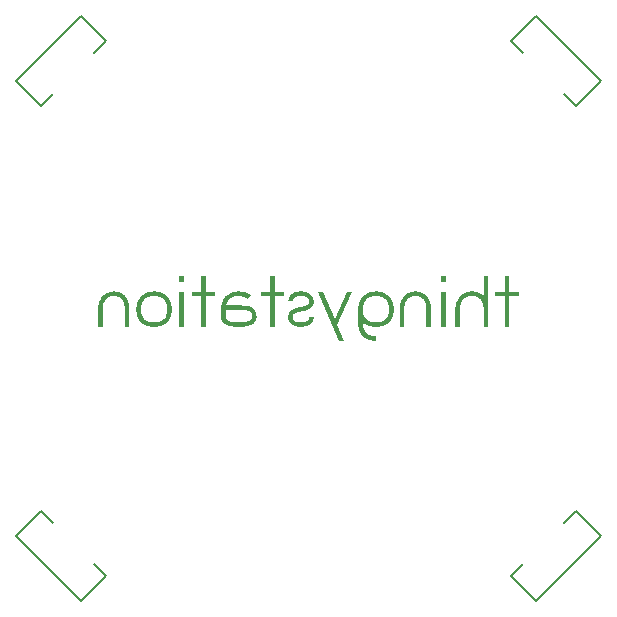
<source format=gbo>
G04 Layer_Color=48896*
%FSAX25Y25*%
%MOIN*%
G70*
G01*
G75*
%ADD76C,0.00787*%
G36*
X0384719Y0319069D02*
X0387869D01*
Y0317550D01*
X0384719D01*
Y0307500D01*
X0383200D01*
Y0317550D01*
X0380031D01*
Y0319069D01*
X0383200D01*
Y0324319D01*
X0384719D01*
Y0319069D01*
D02*
G37*
G36*
X0361750D02*
X0364900D01*
Y0317550D01*
X0361750D01*
Y0307500D01*
X0360231D01*
Y0317550D01*
X0357063D01*
Y0319069D01*
X0360231D01*
Y0324319D01*
X0361750D01*
Y0319069D01*
D02*
G37*
G36*
X0441681Y0307500D02*
X0440163D01*
Y0318975D01*
X0441681D01*
Y0307500D01*
D02*
G37*
G36*
X0432062Y0319181D02*
X0432494Y0319125D01*
X0432888Y0319050D01*
X0433262Y0318956D01*
X0433619Y0318844D01*
X0433938Y0318694D01*
X0434219Y0318563D01*
X0434481Y0318412D01*
X0434706Y0318263D01*
X0434912Y0318131D01*
X0435081Y0318000D01*
X0435213Y0317869D01*
X0435325Y0317775D01*
X0435419Y0317700D01*
X0435456Y0317644D01*
X0435475Y0317625D01*
X0435719Y0317325D01*
X0435925Y0316987D01*
X0436112Y0316650D01*
X0436263Y0316294D01*
X0436394Y0315919D01*
X0436506Y0315563D01*
X0436600Y0315206D01*
X0436675Y0314869D01*
X0436731Y0314550D01*
X0436769Y0314250D01*
X0436806Y0313969D01*
X0436825Y0313744D01*
Y0313538D01*
X0436844Y0313406D01*
Y0313313D01*
Y0313275D01*
Y0307500D01*
X0435325D01*
Y0313275D01*
X0435306Y0313669D01*
X0435288Y0314025D01*
X0435231Y0314363D01*
X0435175Y0314681D01*
X0435100Y0314981D01*
X0435025Y0315244D01*
X0434950Y0315488D01*
X0434856Y0315712D01*
X0434762Y0315900D01*
X0434688Y0316069D01*
X0434613Y0316219D01*
X0434538Y0316331D01*
X0434481Y0316425D01*
X0434425Y0316481D01*
X0434406Y0316519D01*
X0434387Y0316537D01*
X0434200Y0316744D01*
X0433994Y0316913D01*
X0433769Y0317062D01*
X0433544Y0317194D01*
X0433319Y0317306D01*
X0433094Y0317400D01*
X0432644Y0317531D01*
X0432438Y0317587D01*
X0432231Y0317625D01*
X0432062Y0317644D01*
X0431913Y0317663D01*
X0431781Y0317681D01*
X0431612D01*
X0431275Y0317663D01*
X0430975Y0317625D01*
X0430675Y0317569D01*
X0430412Y0317512D01*
X0430169Y0317419D01*
X0429944Y0317325D01*
X0429738Y0317213D01*
X0429550Y0317119D01*
X0429381Y0317006D01*
X0429250Y0316894D01*
X0429138Y0316800D01*
X0429025Y0316725D01*
X0428950Y0316650D01*
X0428894Y0316594D01*
X0428875Y0316556D01*
X0428856Y0316537D01*
X0428687Y0316313D01*
X0428538Y0316069D01*
X0428406Y0315825D01*
X0428294Y0315563D01*
X0428125Y0315019D01*
X0428013Y0314494D01*
X0427975Y0314231D01*
X0427956Y0314006D01*
X0427938Y0313800D01*
X0427919Y0313631D01*
X0427900Y0313481D01*
Y0313369D01*
Y0313294D01*
Y0313275D01*
Y0307500D01*
X0426381D01*
Y0313275D01*
X0426400Y0313781D01*
X0426438Y0314269D01*
X0426512Y0314719D01*
X0426606Y0315131D01*
X0426700Y0315525D01*
X0426813Y0315881D01*
X0426944Y0316200D01*
X0427075Y0316500D01*
X0427206Y0316762D01*
X0427338Y0316987D01*
X0427450Y0317175D01*
X0427544Y0317344D01*
X0427637Y0317456D01*
X0427712Y0317550D01*
X0427750Y0317606D01*
X0427769Y0317625D01*
X0428031Y0317906D01*
X0428331Y0318150D01*
X0428631Y0318356D01*
X0428950Y0318544D01*
X0429269Y0318694D01*
X0429588Y0318825D01*
X0429906Y0318919D01*
X0430206Y0319012D01*
X0430487Y0319069D01*
X0430769Y0319125D01*
X0430994Y0319144D01*
X0431200Y0319181D01*
X0431369D01*
X0431500Y0319200D01*
X0431612D01*
X0432062Y0319181D01*
D02*
G37*
G36*
X0354381Y0307500D02*
X0352863D01*
Y0318975D01*
X0354381D01*
Y0307500D01*
D02*
G37*
G36*
X0394206Y0319181D02*
X0394525Y0319144D01*
X0394825Y0319088D01*
X0395106Y0319012D01*
X0395350Y0318937D01*
X0395594Y0318863D01*
X0395800Y0318788D01*
X0395988Y0318694D01*
X0396156Y0318619D01*
X0396306Y0318544D01*
X0396419Y0318469D01*
X0396513Y0318412D01*
X0396569Y0318375D01*
X0396606Y0318356D01*
X0396625Y0318337D01*
X0396831Y0318169D01*
X0397000Y0317981D01*
X0397150Y0317794D01*
X0397281Y0317587D01*
X0397394Y0317381D01*
X0397487Y0317175D01*
X0397619Y0316781D01*
X0397712Y0316444D01*
X0397731Y0316294D01*
X0397750Y0316162D01*
X0397769Y0316050D01*
Y0315975D01*
Y0315919D01*
Y0315900D01*
X0397750Y0315563D01*
X0397712Y0315263D01*
X0397656Y0315000D01*
X0397581Y0314794D01*
X0397525Y0314606D01*
X0397469Y0314494D01*
X0397431Y0314400D01*
X0397412Y0314381D01*
X0397263Y0314175D01*
X0397112Y0313987D01*
X0396944Y0313838D01*
X0396794Y0313687D01*
X0396662Y0313594D01*
X0396550Y0313500D01*
X0396475Y0313462D01*
X0396456Y0313444D01*
X0395988Y0313200D01*
X0395762Y0313106D01*
X0395556Y0313031D01*
X0395388Y0312975D01*
X0395256Y0312919D01*
X0395163Y0312900D01*
X0395125Y0312881D01*
X0394844Y0312806D01*
X0394581Y0312750D01*
X0394338Y0312694D01*
X0394112Y0312637D01*
X0393925Y0312600D01*
X0393794Y0312562D01*
X0393700Y0312544D01*
X0393663D01*
X0393344Y0312469D01*
X0393062Y0312413D01*
X0392800Y0312356D01*
X0392594Y0312300D01*
X0392425Y0312244D01*
X0392294Y0312225D01*
X0392219Y0312188D01*
X0392200D01*
X0391994Y0312131D01*
X0391806Y0312056D01*
X0391656Y0312000D01*
X0391525Y0311944D01*
X0391431Y0311888D01*
X0391356Y0311850D01*
X0391319Y0311831D01*
X0391300Y0311812D01*
X0391188Y0311737D01*
X0391094Y0311663D01*
X0390944Y0311512D01*
X0390869Y0311400D01*
X0390850Y0311381D01*
Y0311363D01*
X0390775Y0311156D01*
X0390756Y0310931D01*
X0390738Y0310838D01*
Y0310781D01*
Y0310725D01*
Y0310706D01*
X0390756Y0310500D01*
X0390775Y0310331D01*
X0390812Y0310162D01*
X0390869Y0310031D01*
X0390925Y0309938D01*
X0390963Y0309844D01*
X0390981Y0309806D01*
X0391000Y0309788D01*
X0391206Y0309544D01*
X0391412Y0309375D01*
X0391506Y0309319D01*
X0391581Y0309262D01*
X0391637Y0309244D01*
X0391656Y0309225D01*
X0391956Y0309094D01*
X0392237Y0309000D01*
X0392369Y0308981D01*
X0392462Y0308962D01*
X0392519Y0308944D01*
X0392537D01*
X0392894Y0308906D01*
X0393062Y0308888D01*
X0393194D01*
X0393325Y0308869D01*
X0393494D01*
X0393850Y0308888D01*
X0394000D01*
X0394150Y0308906D01*
X0394281Y0308925D01*
X0394375D01*
X0394450Y0308944D01*
X0394469D01*
X0394806Y0309019D01*
X0394975Y0309075D01*
X0395106Y0309113D01*
X0395219Y0309150D01*
X0395294Y0309188D01*
X0395350Y0309225D01*
X0395369D01*
X0395631Y0309394D01*
X0395837Y0309581D01*
X0395913Y0309656D01*
X0395969Y0309731D01*
X0396006Y0309769D01*
X0396025Y0309788D01*
X0396100Y0309938D01*
X0396156Y0310087D01*
X0396231Y0310387D01*
X0396250Y0310519D01*
X0396269Y0310613D01*
Y0310687D01*
Y0310706D01*
X0397769D01*
X0397750Y0310425D01*
X0397712Y0310162D01*
X0397656Y0309900D01*
X0397581Y0309675D01*
X0397412Y0309244D01*
X0397187Y0308906D01*
X0397094Y0308756D01*
X0396981Y0308625D01*
X0396887Y0308512D01*
X0396794Y0308437D01*
X0396738Y0308363D01*
X0396681Y0308306D01*
X0396644Y0308288D01*
X0396625Y0308269D01*
X0396400Y0308119D01*
X0396156Y0307987D01*
X0395650Y0307763D01*
X0395125Y0307612D01*
X0394637Y0307519D01*
X0394394Y0307481D01*
X0394187Y0307444D01*
X0393981Y0307425D01*
X0393812D01*
X0393681Y0307406D01*
X0393494D01*
X0393138Y0307425D01*
X0392800Y0307444D01*
X0392481Y0307481D01*
X0392181Y0307538D01*
X0391900Y0307612D01*
X0391637Y0307687D01*
X0391412Y0307763D01*
X0391206Y0307838D01*
X0391019Y0307912D01*
X0390850Y0307987D01*
X0390700Y0308063D01*
X0390587Y0308137D01*
X0390494Y0308194D01*
X0390438Y0308231D01*
X0390400Y0308269D01*
X0390381D01*
X0390175Y0308437D01*
X0390006Y0308625D01*
X0389856Y0308812D01*
X0389725Y0309019D01*
X0389613Y0309225D01*
X0389519Y0309431D01*
X0389387Y0309825D01*
X0389294Y0310162D01*
X0389275Y0310313D01*
X0389256Y0310444D01*
X0389237Y0310556D01*
Y0310631D01*
Y0310687D01*
Y0310706D01*
X0389256Y0311044D01*
X0389294Y0311325D01*
X0389350Y0311588D01*
X0389425Y0311794D01*
X0389500Y0311981D01*
X0389556Y0312094D01*
X0389594Y0312188D01*
X0389613Y0312206D01*
X0389762Y0312413D01*
X0389913Y0312600D01*
X0390062Y0312750D01*
X0390231Y0312900D01*
X0390363Y0312994D01*
X0390475Y0313088D01*
X0390550Y0313125D01*
X0390569Y0313144D01*
X0391038Y0313369D01*
X0391244Y0313462D01*
X0391450Y0313538D01*
X0391637Y0313594D01*
X0391769Y0313631D01*
X0391863Y0313669D01*
X0391900D01*
X0392425Y0313800D01*
X0392669Y0313856D01*
X0392894Y0313913D01*
X0393081Y0313950D01*
X0393213Y0313987D01*
X0393306Y0314006D01*
X0393344D01*
X0393681Y0314081D01*
X0393981Y0314156D01*
X0394244Y0314231D01*
X0394469Y0314287D01*
X0394637Y0314325D01*
X0394769Y0314363D01*
X0394863Y0314400D01*
X0394881D01*
X0395088Y0314475D01*
X0395256Y0314550D01*
X0395406Y0314625D01*
X0395537Y0314681D01*
X0395631Y0314719D01*
X0395706Y0314756D01*
X0395744Y0314794D01*
X0395762D01*
X0395950Y0314963D01*
X0396081Y0315112D01*
X0396156Y0315225D01*
X0396175Y0315244D01*
Y0315263D01*
X0396231Y0315469D01*
X0396250Y0315675D01*
X0396269Y0315769D01*
Y0315844D01*
Y0315881D01*
Y0315900D01*
X0396250Y0316106D01*
X0396231Y0316275D01*
X0396194Y0316444D01*
X0396137Y0316575D01*
X0396100Y0316669D01*
X0396062Y0316762D01*
X0396044Y0316800D01*
X0396025Y0316819D01*
X0395819Y0317062D01*
X0395594Y0317231D01*
X0395500Y0317287D01*
X0395425Y0317325D01*
X0395388Y0317362D01*
X0395369D01*
X0395050Y0317475D01*
X0394900Y0317531D01*
X0394769Y0317569D01*
X0394637Y0317587D01*
X0394544Y0317606D01*
X0394488Y0317625D01*
X0394469D01*
X0394094Y0317663D01*
X0393944Y0317681D01*
X0393794Y0317700D01*
X0393494D01*
X0393138Y0317681D01*
X0392987D01*
X0392838Y0317663D01*
X0392725Y0317644D01*
X0392613D01*
X0392556Y0317625D01*
X0392537D01*
X0392200Y0317550D01*
X0392050Y0317512D01*
X0391919Y0317475D01*
X0391806Y0317419D01*
X0391731Y0317400D01*
X0391675Y0317362D01*
X0391656D01*
X0391375Y0317194D01*
X0391263Y0317100D01*
X0391169Y0317025D01*
X0391094Y0316950D01*
X0391038Y0316875D01*
X0391019Y0316838D01*
X0391000Y0316819D01*
X0390906Y0316669D01*
X0390850Y0316519D01*
X0390775Y0316219D01*
X0390756Y0316106D01*
X0390738Y0315994D01*
Y0315919D01*
Y0315900D01*
X0389237D01*
X0389256Y0316181D01*
X0389294Y0316444D01*
X0389350Y0316706D01*
X0389406Y0316931D01*
X0389594Y0317362D01*
X0389800Y0317700D01*
X0389913Y0317850D01*
X0390025Y0317981D01*
X0390119Y0318094D01*
X0390194Y0318169D01*
X0390269Y0318244D01*
X0390325Y0318300D01*
X0390363Y0318319D01*
X0390381Y0318337D01*
X0390606Y0318488D01*
X0390850Y0318637D01*
X0391356Y0318844D01*
X0391863Y0319012D01*
X0392369Y0319106D01*
X0392594Y0319144D01*
X0392819Y0319181D01*
X0393006Y0319200D01*
X0393175D01*
X0393306Y0319219D01*
X0393850D01*
X0394206Y0319181D01*
D02*
G37*
G36*
X0345044Y0319200D02*
X0345531Y0319144D01*
X0345981Y0319069D01*
X0346394Y0318975D01*
X0346788Y0318863D01*
X0347144Y0318712D01*
X0347463Y0318581D01*
X0347762Y0318431D01*
X0348025Y0318281D01*
X0348250Y0318150D01*
X0348438Y0318019D01*
X0348606Y0317887D01*
X0348719Y0317794D01*
X0348813Y0317719D01*
X0348869Y0317663D01*
X0348887Y0317644D01*
X0349169Y0317344D01*
X0349394Y0317006D01*
X0349600Y0316669D01*
X0349787Y0316313D01*
X0349938Y0315937D01*
X0350069Y0315581D01*
X0350163Y0315225D01*
X0350256Y0314887D01*
X0350312Y0314569D01*
X0350369Y0314269D01*
X0350388Y0313987D01*
X0350425Y0313762D01*
Y0313556D01*
X0350444Y0313425D01*
Y0313331D01*
Y0313294D01*
X0350425Y0312788D01*
X0350369Y0312300D01*
X0350294Y0311850D01*
X0350200Y0311438D01*
X0350087Y0311044D01*
X0349956Y0310687D01*
X0349806Y0310369D01*
X0349656Y0310069D01*
X0349525Y0309806D01*
X0349375Y0309581D01*
X0349244Y0309394D01*
X0349131Y0309225D01*
X0349038Y0309113D01*
X0348962Y0309019D01*
X0348906Y0308962D01*
X0348887Y0308944D01*
X0348587Y0308681D01*
X0348250Y0308437D01*
X0347913Y0308231D01*
X0347556Y0308063D01*
X0347181Y0307912D01*
X0346825Y0307781D01*
X0346469Y0307687D01*
X0346131Y0307594D01*
X0345813Y0307538D01*
X0345494Y0307481D01*
X0345231Y0307463D01*
X0345006Y0307425D01*
X0344800D01*
X0344669Y0307406D01*
X0344537D01*
X0344031Y0307425D01*
X0343544Y0307481D01*
X0343094Y0307556D01*
X0342663Y0307650D01*
X0342269Y0307763D01*
X0341913Y0307894D01*
X0341594Y0308025D01*
X0341294Y0308175D01*
X0341031Y0308325D01*
X0340806Y0308456D01*
X0340619Y0308588D01*
X0340450Y0308700D01*
X0340337Y0308794D01*
X0340244Y0308888D01*
X0340188Y0308925D01*
X0340169Y0308944D01*
X0339887Y0309244D01*
X0339663Y0309581D01*
X0339438Y0309919D01*
X0339269Y0310275D01*
X0339119Y0310650D01*
X0338987Y0311006D01*
X0338894Y0311363D01*
X0338800Y0311700D01*
X0338744Y0312019D01*
X0338687Y0312337D01*
X0338669Y0312600D01*
X0338631Y0312825D01*
Y0313031D01*
X0338613Y0313162D01*
Y0313256D01*
Y0313294D01*
X0338631Y0313800D01*
X0338687Y0314287D01*
X0338762Y0314738D01*
X0338856Y0315150D01*
X0338969Y0315544D01*
X0339100Y0315900D01*
X0339250Y0316219D01*
X0339381Y0316519D01*
X0339531Y0316781D01*
X0339681Y0317006D01*
X0339812Y0317194D01*
X0339925Y0317362D01*
X0340019Y0317475D01*
X0340094Y0317569D01*
X0340150Y0317625D01*
X0340169Y0317644D01*
X0340469Y0317925D01*
X0340806Y0318169D01*
X0341144Y0318375D01*
X0341500Y0318563D01*
X0341875Y0318712D01*
X0342231Y0318844D01*
X0342587Y0318937D01*
X0342944Y0319031D01*
X0343263Y0319088D01*
X0343563Y0319144D01*
X0343844Y0319163D01*
X0344069Y0319200D01*
X0344275D01*
X0344406Y0319219D01*
X0344537D01*
X0345044Y0319200D01*
D02*
G37*
G36*
X0331544Y0319181D02*
X0331975Y0319125D01*
X0332369Y0319050D01*
X0332744Y0318956D01*
X0333100Y0318844D01*
X0333419Y0318694D01*
X0333700Y0318563D01*
X0333962Y0318412D01*
X0334188Y0318263D01*
X0334394Y0318131D01*
X0334562Y0318000D01*
X0334694Y0317869D01*
X0334806Y0317775D01*
X0334900Y0317700D01*
X0334938Y0317644D01*
X0334956Y0317625D01*
X0335200Y0317325D01*
X0335406Y0316987D01*
X0335594Y0316650D01*
X0335744Y0316294D01*
X0335875Y0315919D01*
X0335987Y0315563D01*
X0336081Y0315206D01*
X0336156Y0314869D01*
X0336212Y0314550D01*
X0336250Y0314250D01*
X0336287Y0313969D01*
X0336306Y0313744D01*
Y0313538D01*
X0336325Y0313406D01*
Y0313313D01*
Y0313275D01*
Y0307500D01*
X0334806D01*
Y0313275D01*
X0334788Y0313669D01*
X0334769Y0314025D01*
X0334713Y0314363D01*
X0334656Y0314681D01*
X0334581Y0314981D01*
X0334506Y0315244D01*
X0334431Y0315488D01*
X0334337Y0315712D01*
X0334244Y0315900D01*
X0334169Y0316069D01*
X0334094Y0316219D01*
X0334019Y0316331D01*
X0333962Y0316425D01*
X0333906Y0316481D01*
X0333888Y0316519D01*
X0333869Y0316537D01*
X0333681Y0316744D01*
X0333475Y0316913D01*
X0333250Y0317062D01*
X0333025Y0317194D01*
X0332800Y0317306D01*
X0332575Y0317400D01*
X0332125Y0317531D01*
X0331919Y0317587D01*
X0331713Y0317625D01*
X0331544Y0317644D01*
X0331394Y0317663D01*
X0331262Y0317681D01*
X0331094D01*
X0330756Y0317663D01*
X0330456Y0317625D01*
X0330156Y0317569D01*
X0329894Y0317512D01*
X0329650Y0317419D01*
X0329425Y0317325D01*
X0329219Y0317213D01*
X0329031Y0317119D01*
X0328863Y0317006D01*
X0328731Y0316894D01*
X0328619Y0316800D01*
X0328506Y0316725D01*
X0328431Y0316650D01*
X0328375Y0316594D01*
X0328356Y0316556D01*
X0328338Y0316537D01*
X0328169Y0316313D01*
X0328019Y0316069D01*
X0327888Y0315825D01*
X0327775Y0315563D01*
X0327606Y0315019D01*
X0327494Y0314494D01*
X0327456Y0314231D01*
X0327437Y0314006D01*
X0327419Y0313800D01*
X0327400Y0313631D01*
X0327381Y0313481D01*
Y0313369D01*
Y0313294D01*
Y0313275D01*
Y0307500D01*
X0325863D01*
Y0313275D01*
X0325881Y0313781D01*
X0325919Y0314269D01*
X0325994Y0314719D01*
X0326087Y0315131D01*
X0326181Y0315525D01*
X0326294Y0315881D01*
X0326425Y0316200D01*
X0326556Y0316500D01*
X0326688Y0316762D01*
X0326819Y0316987D01*
X0326931Y0317175D01*
X0327025Y0317344D01*
X0327119Y0317456D01*
X0327194Y0317550D01*
X0327231Y0317606D01*
X0327250Y0317625D01*
X0327513Y0317906D01*
X0327813Y0318150D01*
X0328113Y0318356D01*
X0328431Y0318544D01*
X0328750Y0318694D01*
X0329069Y0318825D01*
X0329387Y0318919D01*
X0329688Y0319012D01*
X0329969Y0319069D01*
X0330250Y0319125D01*
X0330475Y0319144D01*
X0330681Y0319181D01*
X0330850D01*
X0330981Y0319200D01*
X0331094D01*
X0331544Y0319181D01*
D02*
G37*
G36*
X0419012Y0319200D02*
X0419500Y0319144D01*
X0419950Y0319069D01*
X0420363Y0318975D01*
X0420756Y0318863D01*
X0421112Y0318712D01*
X0421431Y0318581D01*
X0421731Y0318431D01*
X0421994Y0318281D01*
X0422219Y0318150D01*
X0422406Y0318019D01*
X0422575Y0317887D01*
X0422687Y0317794D01*
X0422781Y0317719D01*
X0422837Y0317663D01*
X0422856Y0317644D01*
X0423138Y0317344D01*
X0423362Y0317006D01*
X0423569Y0316669D01*
X0423756Y0316313D01*
X0423906Y0315937D01*
X0424038Y0315581D01*
X0424131Y0315225D01*
X0424225Y0314887D01*
X0424281Y0314569D01*
X0424337Y0314269D01*
X0424356Y0313987D01*
X0424394Y0313762D01*
Y0313556D01*
X0424412Y0313425D01*
Y0313331D01*
Y0313294D01*
X0424394Y0312788D01*
X0424337Y0312300D01*
X0424263Y0311850D01*
X0424169Y0311438D01*
X0424056Y0311044D01*
X0423925Y0310687D01*
X0423775Y0310369D01*
X0423625Y0310069D01*
X0423494Y0309806D01*
X0423344Y0309581D01*
X0423212Y0309394D01*
X0423100Y0309225D01*
X0423006Y0309113D01*
X0422931Y0309019D01*
X0422875Y0308962D01*
X0422856Y0308944D01*
X0422556Y0308681D01*
X0422219Y0308437D01*
X0421881Y0308231D01*
X0421525Y0308063D01*
X0421150Y0307912D01*
X0420794Y0307781D01*
X0420437Y0307687D01*
X0420100Y0307594D01*
X0419781Y0307538D01*
X0419462Y0307481D01*
X0419200Y0307463D01*
X0418975Y0307425D01*
X0418769D01*
X0418638Y0307406D01*
X0418506D01*
X0417981Y0307425D01*
X0417513Y0307481D01*
X0417044Y0307556D01*
X0416631Y0307650D01*
X0416237Y0307781D01*
X0415881Y0307912D01*
X0415544Y0308044D01*
X0415244Y0308194D01*
X0414981Y0308344D01*
X0414756Y0308475D01*
X0414569Y0308625D01*
X0414400Y0308737D01*
X0414288Y0308831D01*
X0414194Y0308906D01*
X0414138Y0308962D01*
X0414119Y0308981D01*
Y0308644D01*
X0414138Y0308250D01*
X0414175Y0307894D01*
X0414231Y0307556D01*
X0414288Y0307238D01*
X0414381Y0306956D01*
X0414475Y0306694D01*
X0414569Y0306450D01*
X0414681Y0306225D01*
X0414794Y0306037D01*
X0414888Y0305869D01*
X0414981Y0305719D01*
X0415075Y0305606D01*
X0415131Y0305512D01*
X0415188Y0305456D01*
X0415225Y0305419D01*
X0415244Y0305400D01*
X0415469Y0305194D01*
X0415712Y0305025D01*
X0415956Y0304875D01*
X0416219Y0304744D01*
X0416500Y0304650D01*
X0416762Y0304556D01*
X0417287Y0304425D01*
X0417550Y0304369D01*
X0417775Y0304331D01*
X0417981Y0304312D01*
X0418150Y0304294D01*
X0418300Y0304275D01*
X0418506D01*
Y0302756D01*
X0418000Y0302775D01*
X0417513Y0302831D01*
X0417063Y0302906D01*
X0416650Y0303000D01*
X0416256Y0303113D01*
X0415900Y0303244D01*
X0415581Y0303394D01*
X0415281Y0303544D01*
X0415019Y0303675D01*
X0414794Y0303825D01*
X0414606Y0303956D01*
X0414437Y0304069D01*
X0414325Y0304163D01*
X0414231Y0304238D01*
X0414175Y0304294D01*
X0414156Y0304312D01*
X0413875Y0304612D01*
X0413631Y0304950D01*
X0413425Y0305288D01*
X0413237Y0305644D01*
X0413088Y0306000D01*
X0412956Y0306375D01*
X0412862Y0306713D01*
X0412769Y0307069D01*
X0412712Y0307387D01*
X0412656Y0307687D01*
X0412638Y0307950D01*
X0412600Y0308194D01*
Y0308381D01*
X0412581Y0308531D01*
Y0308606D01*
Y0308644D01*
Y0313294D01*
X0412600Y0313800D01*
X0412656Y0314287D01*
X0412731Y0314738D01*
X0412825Y0315150D01*
X0412937Y0315544D01*
X0413069Y0315900D01*
X0413219Y0316219D01*
X0413350Y0316519D01*
X0413500Y0316781D01*
X0413650Y0317006D01*
X0413781Y0317194D01*
X0413894Y0317362D01*
X0413987Y0317475D01*
X0414062Y0317569D01*
X0414119Y0317625D01*
X0414138Y0317644D01*
X0414437Y0317925D01*
X0414775Y0318169D01*
X0415112Y0318375D01*
X0415469Y0318563D01*
X0415844Y0318712D01*
X0416200Y0318844D01*
X0416556Y0318937D01*
X0416913Y0319031D01*
X0417231Y0319088D01*
X0417531Y0319144D01*
X0417812Y0319163D01*
X0418038Y0319200D01*
X0418244D01*
X0418375Y0319219D01*
X0418506D01*
X0419012Y0319200D01*
D02*
G37*
G36*
X0455931Y0307500D02*
X0454413D01*
Y0313275D01*
X0454394Y0313669D01*
X0454375Y0314025D01*
X0454319Y0314363D01*
X0454262Y0314681D01*
X0454169Y0314981D01*
X0454094Y0315244D01*
X0454000Y0315488D01*
X0453906Y0315712D01*
X0453813Y0315900D01*
X0453719Y0316069D01*
X0453625Y0316219D01*
X0453550Y0316331D01*
X0453494Y0316425D01*
X0453438Y0316481D01*
X0453419Y0316519D01*
X0453400Y0316537D01*
X0453194Y0316744D01*
X0452987Y0316913D01*
X0452744Y0317062D01*
X0452500Y0317194D01*
X0452256Y0317306D01*
X0452012Y0317400D01*
X0451544Y0317531D01*
X0451319Y0317587D01*
X0451113Y0317625D01*
X0450925Y0317644D01*
X0450756Y0317663D01*
X0450625Y0317681D01*
X0450437D01*
X0450081Y0317663D01*
X0449762Y0317625D01*
X0449463Y0317569D01*
X0449181Y0317512D01*
X0448919Y0317419D01*
X0448675Y0317325D01*
X0448450Y0317213D01*
X0448263Y0317119D01*
X0448075Y0317006D01*
X0447925Y0316894D01*
X0447813Y0316800D01*
X0447700Y0316725D01*
X0447625Y0316650D01*
X0447550Y0316594D01*
X0447531Y0316556D01*
X0447512Y0316537D01*
X0447325Y0316313D01*
X0447175Y0316069D01*
X0447025Y0315825D01*
X0446912Y0315563D01*
X0446725Y0315019D01*
X0446613Y0314494D01*
X0446575Y0314231D01*
X0446537Y0314006D01*
X0446519Y0313800D01*
X0446500Y0313631D01*
X0446481Y0313481D01*
Y0313369D01*
Y0313294D01*
Y0313275D01*
Y0307500D01*
X0444981D01*
Y0313275D01*
X0445000Y0313781D01*
X0445038Y0314250D01*
X0445094Y0314663D01*
X0445169Y0315037D01*
X0445244Y0315337D01*
X0445262Y0315450D01*
X0445300Y0315563D01*
X0445319Y0315637D01*
X0445337Y0315694D01*
X0445356Y0315731D01*
Y0315750D01*
X0445506Y0316144D01*
X0445675Y0316500D01*
X0445862Y0316819D01*
X0446031Y0317100D01*
X0446200Y0317306D01*
X0446331Y0317475D01*
X0446406Y0317569D01*
X0446444Y0317606D01*
X0446725Y0317887D01*
X0447006Y0318112D01*
X0447288Y0318319D01*
X0447550Y0318488D01*
X0447794Y0318619D01*
X0447981Y0318712D01*
X0448056Y0318750D01*
X0448112Y0318769D01*
X0448131Y0318788D01*
X0448150D01*
X0448544Y0318919D01*
X0448938Y0319031D01*
X0449312Y0319106D01*
X0449669Y0319144D01*
X0449988Y0319181D01*
X0450119D01*
X0450212Y0319200D01*
X0450437D01*
X0450906Y0319181D01*
X0451337Y0319144D01*
X0451713Y0319069D01*
X0452050Y0319012D01*
X0452331Y0318937D01*
X0452444Y0318900D01*
X0452537Y0318863D01*
X0452631Y0318844D01*
X0452688Y0318825D01*
X0452706Y0318806D01*
X0452725D01*
X0453081Y0318637D01*
X0453400Y0318469D01*
X0453700Y0318281D01*
X0453944Y0318094D01*
X0454131Y0317925D01*
X0454281Y0317794D01*
X0454375Y0317719D01*
X0454413Y0317681D01*
Y0324319D01*
X0455931D01*
Y0307500D01*
D02*
G37*
G36*
X0373206Y0319200D02*
X0373619Y0319163D01*
X0374012Y0319106D01*
X0374388Y0319031D01*
X0374744Y0318937D01*
X0375062Y0318844D01*
X0375362Y0318731D01*
X0375625Y0318619D01*
X0375869Y0318506D01*
X0376075Y0318394D01*
X0376262Y0318300D01*
X0376413Y0318206D01*
X0376544Y0318131D01*
X0376619Y0318075D01*
X0376675Y0318038D01*
X0376694Y0318019D01*
X0375775Y0316819D01*
X0375550Y0316969D01*
X0375325Y0317119D01*
X0374819Y0317325D01*
X0374331Y0317494D01*
X0373844Y0317587D01*
X0373619Y0317625D01*
X0373431Y0317663D01*
X0373244Y0317681D01*
X0373075D01*
X0372962Y0317700D01*
X0372438D01*
X0372119Y0317663D01*
X0371819Y0317625D01*
X0371537Y0317569D01*
X0371275Y0317512D01*
X0371050Y0317438D01*
X0370825Y0317362D01*
X0370619Y0317287D01*
X0370450Y0317213D01*
X0370281Y0317138D01*
X0370150Y0317062D01*
X0370056Y0317006D01*
X0369963Y0316950D01*
X0369906Y0316913D01*
X0369869Y0316894D01*
X0369850Y0316875D01*
X0369475Y0316537D01*
X0369175Y0316162D01*
X0368931Y0315769D01*
X0368744Y0315394D01*
X0368613Y0315056D01*
X0368556Y0314906D01*
X0368519Y0314775D01*
X0368500Y0314663D01*
X0368481Y0314587D01*
X0368462Y0314531D01*
Y0314512D01*
X0373919D01*
X0374294Y0314494D01*
X0374650Y0314475D01*
X0374950Y0314456D01*
X0375194Y0314438D01*
X0375381Y0314419D01*
X0375456D01*
X0375513Y0314400D01*
X0375550D01*
X0375887Y0314344D01*
X0376206Y0314269D01*
X0376469Y0314194D01*
X0376712Y0314119D01*
X0376919Y0314044D01*
X0377050Y0313969D01*
X0377144Y0313931D01*
X0377181Y0313913D01*
X0377425Y0313762D01*
X0377631Y0313575D01*
X0377819Y0313387D01*
X0377969Y0313200D01*
X0378100Y0313031D01*
X0378194Y0312900D01*
X0378250Y0312806D01*
X0378269Y0312769D01*
X0378400Y0312469D01*
X0378513Y0312131D01*
X0378588Y0311794D01*
X0378625Y0311456D01*
X0378662Y0311156D01*
Y0311025D01*
X0378681Y0310931D01*
Y0310838D01*
Y0310763D01*
Y0310725D01*
Y0310706D01*
Y0310556D01*
X0378662Y0310406D01*
X0378588Y0310106D01*
X0378569Y0309975D01*
X0378531Y0309862D01*
X0378513Y0309788D01*
Y0309769D01*
X0378437Y0309562D01*
X0378325Y0309356D01*
X0378194Y0309169D01*
X0378063Y0309000D01*
X0377931Y0308869D01*
X0377819Y0308756D01*
X0377744Y0308681D01*
X0377725Y0308663D01*
X0377463Y0308475D01*
X0377181Y0308306D01*
X0376881Y0308156D01*
X0376600Y0308025D01*
X0376338Y0307912D01*
X0376131Y0307838D01*
X0376056Y0307800D01*
X0376000Y0307781D01*
X0375962Y0307763D01*
X0375944D01*
X0375719Y0307706D01*
X0375475Y0307650D01*
X0374950Y0307556D01*
X0374425Y0307500D01*
X0373919Y0307444D01*
X0373694D01*
X0373469Y0307425D01*
X0373281D01*
X0373113Y0307406D01*
X0372400D01*
X0372062Y0307425D01*
X0371725Y0307444D01*
X0371425Y0307463D01*
X0371144Y0307481D01*
X0370881Y0307519D01*
X0370637Y0307556D01*
X0370412Y0307594D01*
X0370225Y0307612D01*
X0370056Y0307650D01*
X0369925Y0307687D01*
X0369794Y0307706D01*
X0369700Y0307725D01*
X0369644Y0307744D01*
X0369606Y0307763D01*
X0369587D01*
X0369175Y0307912D01*
X0368819Y0308063D01*
X0368519Y0308212D01*
X0368256Y0308363D01*
X0368069Y0308475D01*
X0367919Y0308569D01*
X0367844Y0308644D01*
X0367806Y0308663D01*
X0367600Y0308869D01*
X0367412Y0309056D01*
X0367281Y0309244D01*
X0367188Y0309413D01*
X0367112Y0309562D01*
X0367056Y0309675D01*
X0367019Y0309750D01*
Y0309769D01*
X0366963Y0309975D01*
X0366925Y0310162D01*
X0366887Y0310313D01*
X0366869Y0310462D01*
X0366850Y0310556D01*
Y0310650D01*
Y0310687D01*
Y0310706D01*
Y0313294D01*
X0366869Y0313800D01*
X0366925Y0314287D01*
X0367000Y0314738D01*
X0367094Y0315150D01*
X0367206Y0315544D01*
X0367337Y0315900D01*
X0367488Y0316219D01*
X0367619Y0316519D01*
X0367769Y0316781D01*
X0367919Y0317006D01*
X0368050Y0317194D01*
X0368162Y0317362D01*
X0368256Y0317475D01*
X0368331Y0317569D01*
X0368388Y0317625D01*
X0368406Y0317644D01*
X0368706Y0317925D01*
X0369044Y0318169D01*
X0369381Y0318375D01*
X0369738Y0318563D01*
X0370112Y0318712D01*
X0370469Y0318844D01*
X0370825Y0318937D01*
X0371181Y0319031D01*
X0371500Y0319088D01*
X0371800Y0319144D01*
X0372081Y0319163D01*
X0372306Y0319200D01*
X0372513D01*
X0372644Y0319219D01*
X0372775D01*
X0373206Y0319200D01*
D02*
G37*
G36*
X0441681Y0322294D02*
X0440163D01*
Y0324319D01*
X0441681D01*
Y0322294D01*
D02*
G37*
G36*
X0354381D02*
X0352863D01*
Y0324319D01*
X0354381D01*
Y0322294D01*
D02*
G37*
G36*
X0405606Y0308006D02*
X0407931Y0302756D01*
X0406300D01*
X0399119Y0318975D01*
X0400769D01*
X0404800Y0309881D01*
X0408813Y0318975D01*
X0410463D01*
X0405606Y0308006D01*
D02*
G37*
G36*
X0462869Y0319069D02*
X0466019D01*
Y0317550D01*
X0462869D01*
Y0307500D01*
X0461350D01*
Y0317550D01*
X0458181D01*
Y0319069D01*
X0461350D01*
Y0324319D01*
X0462869D01*
Y0319069D01*
D02*
G37*
%LPC*%
G36*
X0344744Y0317700D02*
X0344537D01*
X0344144Y0317681D01*
X0343769Y0317644D01*
X0343431Y0317587D01*
X0343112Y0317531D01*
X0342812Y0317438D01*
X0342550Y0317344D01*
X0342306Y0317250D01*
X0342081Y0317138D01*
X0341894Y0317025D01*
X0341725Y0316931D01*
X0341575Y0316838D01*
X0341462Y0316744D01*
X0341369Y0316687D01*
X0341313Y0316631D01*
X0341275Y0316594D01*
X0341256Y0316575D01*
X0341050Y0316350D01*
X0340881Y0316125D01*
X0340731Y0315862D01*
X0340600Y0315600D01*
X0340488Y0315319D01*
X0340412Y0315056D01*
X0340263Y0314512D01*
X0340225Y0314269D01*
X0340188Y0314044D01*
X0340169Y0313838D01*
X0340150Y0313650D01*
X0340131Y0313500D01*
Y0313387D01*
Y0313313D01*
Y0313294D01*
X0340150Y0312900D01*
X0340188Y0312525D01*
X0340244Y0312188D01*
X0340300Y0311869D01*
X0340394Y0311569D01*
X0340488Y0311306D01*
X0340581Y0311063D01*
X0340694Y0310838D01*
X0340806Y0310650D01*
X0340900Y0310481D01*
X0340994Y0310331D01*
X0341088Y0310219D01*
X0341144Y0310125D01*
X0341200Y0310069D01*
X0341237Y0310031D01*
X0341256Y0310013D01*
X0341481Y0309806D01*
X0341706Y0309637D01*
X0341969Y0309488D01*
X0342231Y0309356D01*
X0342512Y0309262D01*
X0342775Y0309169D01*
X0343319Y0309037D01*
X0343563Y0308981D01*
X0343788Y0308944D01*
X0343994Y0308925D01*
X0344181Y0308906D01*
X0344331Y0308888D01*
X0344537D01*
X0344931Y0308906D01*
X0345306Y0308944D01*
X0345644Y0309000D01*
X0345963Y0309056D01*
X0346263Y0309150D01*
X0346525Y0309244D01*
X0346769Y0309337D01*
X0346994Y0309450D01*
X0347181Y0309562D01*
X0347350Y0309656D01*
X0347500Y0309750D01*
X0347613Y0309844D01*
X0347706Y0309900D01*
X0347762Y0309956D01*
X0347800Y0309994D01*
X0347819Y0310013D01*
X0348025Y0310238D01*
X0348194Y0310481D01*
X0348344Y0310725D01*
X0348475Y0311006D01*
X0348569Y0311269D01*
X0348662Y0311550D01*
X0348794Y0312075D01*
X0348850Y0312319D01*
X0348887Y0312544D01*
X0348906Y0312769D01*
X0348925Y0312937D01*
X0348944Y0313088D01*
Y0313200D01*
Y0313275D01*
Y0313294D01*
X0348925Y0313687D01*
X0348887Y0314062D01*
X0348831Y0314400D01*
X0348775Y0314719D01*
X0348681Y0315019D01*
X0348587Y0315281D01*
X0348494Y0315525D01*
X0348381Y0315750D01*
X0348269Y0315937D01*
X0348175Y0316106D01*
X0348081Y0316256D01*
X0347988Y0316369D01*
X0347931Y0316462D01*
X0347875Y0316519D01*
X0347837Y0316556D01*
X0347819Y0316575D01*
X0347594Y0316781D01*
X0347350Y0316950D01*
X0347106Y0317100D01*
X0346825Y0317231D01*
X0346563Y0317344D01*
X0346281Y0317419D01*
X0345756Y0317569D01*
X0345513Y0317606D01*
X0345287Y0317644D01*
X0345062Y0317663D01*
X0344894Y0317681D01*
X0344744Y0317700D01*
D02*
G37*
G36*
X0418713D02*
X0418506D01*
X0418113Y0317681D01*
X0417737Y0317644D01*
X0417400Y0317587D01*
X0417081Y0317531D01*
X0416781Y0317438D01*
X0416519Y0317344D01*
X0416275Y0317250D01*
X0416050Y0317138D01*
X0415863Y0317025D01*
X0415694Y0316931D01*
X0415544Y0316838D01*
X0415431Y0316744D01*
X0415338Y0316687D01*
X0415281Y0316631D01*
X0415244Y0316594D01*
X0415225Y0316575D01*
X0415019Y0316350D01*
X0414850Y0316125D01*
X0414700Y0315862D01*
X0414569Y0315600D01*
X0414456Y0315319D01*
X0414381Y0315056D01*
X0414231Y0314512D01*
X0414194Y0314269D01*
X0414156Y0314044D01*
X0414138Y0313838D01*
X0414119Y0313650D01*
X0414100Y0313500D01*
Y0313387D01*
Y0313313D01*
Y0313294D01*
X0414119Y0312713D01*
X0414156Y0312375D01*
X0414213Y0312056D01*
X0414288Y0311756D01*
X0414381Y0311475D01*
X0414475Y0311212D01*
X0414587Y0310987D01*
X0414700Y0310781D01*
X0414794Y0310594D01*
X0414906Y0310425D01*
X0415019Y0310275D01*
X0415112Y0310144D01*
X0415206Y0310050D01*
X0415263Y0309956D01*
X0415319Y0309900D01*
X0415356Y0309881D01*
X0415375Y0309862D01*
X0415600Y0309694D01*
X0415825Y0309544D01*
X0416069Y0309413D01*
X0416331Y0309300D01*
X0416856Y0309131D01*
X0417362Y0309019D01*
X0417588Y0308962D01*
X0417812Y0308944D01*
X0418000Y0308925D01*
X0418169Y0308906D01*
X0418319Y0308888D01*
X0418506D01*
X0418900Y0308906D01*
X0419275Y0308944D01*
X0419613Y0309000D01*
X0419931Y0309056D01*
X0420231Y0309150D01*
X0420494Y0309244D01*
X0420738Y0309337D01*
X0420962Y0309450D01*
X0421150Y0309562D01*
X0421319Y0309656D01*
X0421469Y0309750D01*
X0421581Y0309844D01*
X0421675Y0309900D01*
X0421731Y0309956D01*
X0421769Y0309994D01*
X0421788Y0310013D01*
X0421994Y0310238D01*
X0422162Y0310481D01*
X0422312Y0310725D01*
X0422444Y0311006D01*
X0422538Y0311269D01*
X0422631Y0311550D01*
X0422762Y0312075D01*
X0422819Y0312319D01*
X0422856Y0312544D01*
X0422875Y0312769D01*
X0422894Y0312937D01*
X0422913Y0313088D01*
Y0313200D01*
Y0313275D01*
Y0313294D01*
X0422894Y0313687D01*
X0422856Y0314062D01*
X0422800Y0314400D01*
X0422744Y0314719D01*
X0422650Y0315019D01*
X0422556Y0315281D01*
X0422463Y0315525D01*
X0422350Y0315750D01*
X0422237Y0315937D01*
X0422144Y0316106D01*
X0422050Y0316256D01*
X0421956Y0316369D01*
X0421900Y0316462D01*
X0421844Y0316519D01*
X0421806Y0316556D01*
X0421788Y0316575D01*
X0421562Y0316781D01*
X0421319Y0316950D01*
X0421075Y0317100D01*
X0420794Y0317231D01*
X0420531Y0317344D01*
X0420250Y0317419D01*
X0419725Y0317569D01*
X0419481Y0317606D01*
X0419256Y0317644D01*
X0419031Y0317663D01*
X0418862Y0317681D01*
X0418713Y0317700D01*
D02*
G37*
G36*
X0373600Y0312994D02*
X0368369D01*
Y0310706D01*
X0368388Y0310538D01*
X0368425Y0310369D01*
X0368500Y0310219D01*
X0368556Y0310106D01*
X0368631Y0309994D01*
X0368706Y0309919D01*
X0368744Y0309881D01*
X0368762Y0309862D01*
X0368913Y0309750D01*
X0369081Y0309637D01*
X0369400Y0309450D01*
X0369550Y0309394D01*
X0369662Y0309337D01*
X0369738Y0309319D01*
X0369775Y0309300D01*
X0370263Y0309169D01*
X0370487Y0309113D01*
X0370712Y0309056D01*
X0370900Y0309037D01*
X0371050Y0309000D01*
X0371144Y0308981D01*
X0371181D01*
X0371762Y0308925D01*
X0372025Y0308906D01*
X0372269D01*
X0372475Y0308888D01*
X0372775D01*
X0373356Y0308906D01*
X0373619Y0308925D01*
X0373863Y0308944D01*
X0374050D01*
X0374219Y0308962D01*
X0374312Y0308981D01*
X0374350D01*
X0374631Y0309019D01*
X0374913Y0309075D01*
X0375137Y0309131D01*
X0375362Y0309188D01*
X0375531Y0309225D01*
X0375662Y0309262D01*
X0375738Y0309300D01*
X0375775D01*
X0376000Y0309394D01*
X0376187Y0309488D01*
X0376375Y0309581D01*
X0376506Y0309675D01*
X0376638Y0309750D01*
X0376712Y0309806D01*
X0376769Y0309844D01*
X0376787Y0309862D01*
X0376919Y0309994D01*
X0377012Y0310144D01*
X0377087Y0310294D01*
X0377125Y0310425D01*
X0377163Y0310538D01*
X0377181Y0310631D01*
Y0310687D01*
Y0310706D01*
Y0310969D01*
X0377163Y0311212D01*
X0377144Y0311419D01*
X0377106Y0311588D01*
X0377087Y0311719D01*
X0377069Y0311831D01*
X0377050Y0311888D01*
Y0311906D01*
X0376975Y0312075D01*
X0376881Y0312206D01*
X0376787Y0312337D01*
X0376675Y0312431D01*
X0376581Y0312506D01*
X0376506Y0312562D01*
X0376450Y0312581D01*
X0376431Y0312600D01*
X0376244Y0312675D01*
X0376019Y0312750D01*
X0375813Y0312806D01*
X0375588Y0312844D01*
X0375400Y0312881D01*
X0375250Y0312900D01*
X0375137Y0312919D01*
X0375100D01*
X0374744Y0312937D01*
X0374369Y0312956D01*
X0373975Y0312975D01*
X0373600Y0312994D01*
D02*
G37*
%LPD*%
D76*
X0298462Y0237676D02*
X0320176Y0215962D01*
X0328527Y0224313D01*
X0298462Y0237676D02*
X0306813Y0246027D01*
X0310711Y0242130D01*
X0324630Y0228211D02*
X0328527Y0224313D01*
X0471824Y0215962D02*
X0493539Y0237676D01*
X0485187Y0246027D02*
X0493539Y0237676D01*
X0463473Y0224313D02*
X0471824Y0215962D01*
X0463473Y0224313D02*
X0467370Y0228211D01*
X0481289Y0242130D02*
X0485187Y0246027D01*
X0471824Y0411038D02*
X0493539Y0389324D01*
X0463473Y0402687D02*
X0471824Y0411038D01*
X0485187Y0380973D02*
X0493539Y0389324D01*
X0481289Y0384870D02*
X0485187Y0380973D01*
X0463473Y0402687D02*
X0467370Y0398789D01*
X0298462Y0389324D02*
X0320176Y0411038D01*
X0298462Y0389324D02*
X0306813Y0380973D01*
X0320176Y0411038D02*
X0328527Y0402687D01*
X0324630Y0398789D02*
X0328527Y0402687D01*
X0306813Y0380973D02*
X0310711Y0384870D01*
M02*

</source>
